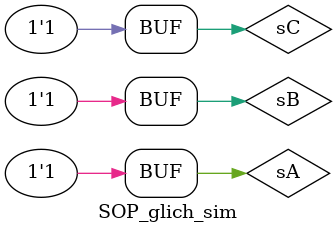
<source format=sv>
`timescale 1ns / 1ps


module SOP_glich_sim();

logic sA,sB,sY,sC;

SOP_glitch UUT(
.A(sA),.B(sB),.C(sC), .Y(sY));

initial begin
sA = 1;
sB=1;
sC=1;
#10;
sA=0;
sB=1;
sC=1;
#10;
sA=1;
sB=1;
sC=1;
#10;
//1234 changes


end
endmodule

</source>
